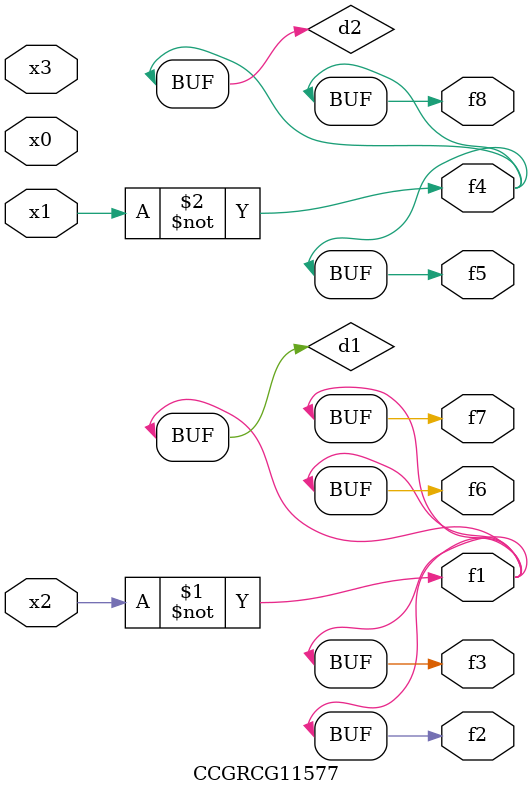
<source format=v>
module CCGRCG11577(
	input x0, x1, x2, x3,
	output f1, f2, f3, f4, f5, f6, f7, f8
);

	wire d1, d2;

	xnor (d1, x2);
	not (d2, x1);
	assign f1 = d1;
	assign f2 = d1;
	assign f3 = d1;
	assign f4 = d2;
	assign f5 = d2;
	assign f6 = d1;
	assign f7 = d1;
	assign f8 = d2;
endmodule

</source>
